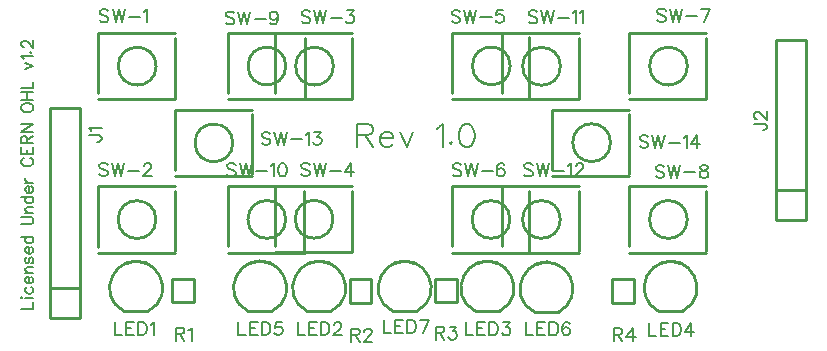
<source format=gto>
G04 ---------------------------- Layer name :TOP SILK LAYER*
G04 easyEDA 0.1*
G04 Scale: 100 percent, Rotated: No, Reflected: No *
G04 Dimensions in inches *
G04 leading zeros omitted , absolute positions ,2 integer and 4 *
%FSLAX24Y24*%
%MOIN*%
G90*
G70D02*

%ADD10C,0.010000*%
%ADD11C,0.007000*%
%ADD12C,0.008000*%

%LPD*%
G54D10*
G01X4678Y1327D02*
G01X3875Y1327D01*
G01X10780Y1329D02*
G01X9977Y1329D01*
G01X16389Y1329D02*
G01X15586Y1329D01*
G01X22491Y1328D02*
G01X21688Y1328D01*
G01X8811Y1329D02*
G01X8008Y1329D01*
G01X18361Y1298D02*
G01X17558Y1298D01*
G01X13633Y1329D02*
G01X12830Y1329D01*
G01X6205Y2414D02*
G01X6205Y1627D01*
G01X5476Y2414D02*
G01X5476Y1627D01*
G01X6205Y1627D02*
G01X5476Y1627D01*
G01X6205Y2414D02*
G01X5476Y2414D01*
G01X12112Y2406D02*
G01X12112Y1619D01*
G01X11383Y2406D02*
G01X11383Y1619D01*
G01X12112Y1619D02*
G01X11383Y1619D01*
G01X12112Y2406D02*
G01X11383Y2406D01*
G01X14239Y1628D02*
G01X14239Y2415D01*
G01X14968Y1628D02*
G01X14968Y2415D01*
G01X14239Y2415D02*
G01X14968Y2415D01*
G01X14239Y1628D02*
G01X14968Y1628D01*
G01X5553Y8046D02*
G01X5553Y6046D01*
G01X5553Y5841D02*
G01X8121Y5841D01*
G01X8121Y8046D02*
G01X5554Y8046D01*
G01X8116Y7892D02*
G01X8116Y5892D01*
G01X18146Y8053D02*
G01X18146Y6053D01*
G01X18146Y5849D02*
G01X20713Y5849D01*
G01X20713Y8054D02*
G01X18146Y8054D01*
G01X20708Y7900D02*
G01X20708Y5900D01*
G01X7321Y10607D02*
G01X7321Y8607D01*
G01X7321Y8403D02*
G01X9888Y8403D01*
G01X9888Y10608D02*
G01X7321Y10608D01*
G01X9883Y10454D02*
G01X9883Y8454D01*
G01X7318Y5494D02*
G01X7318Y3494D01*
G01X7318Y3290D02*
G01X9885Y3290D01*
G01X9886Y5495D02*
G01X7319Y5495D01*
G01X9881Y5341D02*
G01X9881Y3341D01*
G01X16476Y10600D02*
G01X16476Y8600D01*
G01X16476Y8395D02*
G01X19043Y8395D01*
G01X19043Y10600D02*
G01X16476Y10600D01*
G01X19038Y10446D02*
G01X19038Y8446D01*
G01X16472Y5494D02*
G01X16472Y3494D01*
G01X16472Y3290D02*
G01X19039Y3290D01*
G01X19040Y5495D02*
G01X16473Y5495D01*
G01X19035Y5341D02*
G01X19035Y3341D01*
G01X2998Y10603D02*
G01X2998Y8603D01*
G01X2998Y8399D02*
G01X5565Y8399D01*
G01X5566Y10604D02*
G01X2999Y10604D01*
G01X5561Y10450D02*
G01X5561Y8450D01*
G01X2992Y5490D02*
G01X2992Y3490D01*
G01X2992Y3286D02*
G01X5559Y3286D01*
G01X5560Y5491D02*
G01X2993Y5491D01*
G01X5555Y5337D02*
G01X5555Y3337D01*
G01X8906Y10601D02*
G01X8906Y8601D01*
G01X8906Y8397D02*
G01X11473Y8397D01*
G01X11474Y10602D02*
G01X8907Y10602D01*
G01X11469Y10448D02*
G01X11469Y8448D01*
G01X8894Y5501D02*
G01X8894Y3501D01*
G01X8894Y3296D02*
G01X11461Y3296D01*
G01X11462Y5501D02*
G01X8895Y5501D01*
G01X11457Y5347D02*
G01X11457Y3347D01*
G01X14803Y10613D02*
G01X14803Y8613D01*
G01X14803Y8408D02*
G01X17371Y8408D01*
G01X17371Y10613D02*
G01X14804Y10613D01*
G01X17366Y10459D02*
G01X17366Y8459D01*
G01X14793Y5492D02*
G01X14793Y3492D01*
G01X14793Y3288D02*
G01X17360Y3288D01*
G01X17360Y5493D02*
G01X14793Y5493D01*
G01X17355Y5339D02*
G01X17355Y3339D01*
G01X20707Y10605D02*
G01X20707Y8605D01*
G01X20707Y8400D02*
G01X23275Y8400D01*
G01X23275Y10605D02*
G01X20708Y10605D01*
G01X23270Y10451D02*
G01X23270Y8451D01*
G01X20705Y5494D02*
G01X20705Y3494D01*
G01X20705Y3290D02*
G01X23272Y3290D01*
G01X23272Y5495D02*
G01X20705Y5495D01*
G01X23267Y5341D02*
G01X23267Y3341D01*
G01X20148Y1605D02*
G01X20148Y2392D01*
G01X20877Y1605D02*
G01X20877Y2392D01*
G01X20148Y2392D02*
G01X20877Y2392D01*
G01X20148Y1605D02*
G01X20877Y1605D01*
G01X1403Y1094D02*
G01X1403Y8094D01*
G01X2403Y8094D01*
G01X2403Y1094D01*
G01X1403Y1094D01*
G01X1403Y1894D01*
G01X1403Y2094D02*
G01X2403Y2094D01*
G01X26613Y4373D02*
G01X26613Y5373D01*
G01X26613Y5373D02*
G01X26613Y10373D01*
G01X26613Y10373D02*
G01X25613Y10373D01*
G01X25613Y10373D02*
G01X25613Y5373D01*
G01X25613Y5373D02*
G01X25613Y4373D01*
G01X25613Y4373D02*
G01X26613Y4373D01*
G01X25613Y5373D02*
G01X26613Y5373D01*
G54D11*
G01X3563Y969D02*
G01X3563Y538D01*
G01X3563Y538D02*
G01X3805Y538D01*
G01X3942Y969D02*
G01X3942Y538D01*
G01X3942Y969D02*
G01X4203Y969D01*
G01X3942Y765D02*
G01X4103Y765D01*
G01X3942Y538D02*
G01X4203Y538D01*
G01X4338Y969D02*
G01X4338Y538D01*
G01X4338Y969D02*
G01X4488Y969D01*
G01X4544Y944D01*
G01X4586Y903D01*
G01X4600Y869D01*
G01X4625Y801D01*
G01X4625Y701D01*
G01X4600Y644D01*
G01X4586Y601D01*
G01X4544Y561D01*
G01X4488Y538D01*
G01X4338Y538D01*
G01X4761Y886D02*
G01X4800Y903D01*
G01X4861Y969D01*
G01X4861Y538D01*
G01X9650Y967D02*
G01X9650Y538D01*
G01X9650Y538D02*
G01X9890Y538D01*
G01X10030Y967D02*
G01X10030Y538D01*
G01X10030Y967D02*
G01X10290Y967D01*
G01X10030Y763D02*
G01X10190Y763D01*
G01X10030Y538D02*
G01X10290Y538D01*
G01X10430Y967D02*
G01X10430Y538D01*
G01X10430Y967D02*
G01X10571Y967D01*
G01X10634Y946D01*
G01X10671Y907D01*
G01X10690Y863D01*
G01X10715Y803D01*
G01X10715Y703D01*
G01X10690Y638D01*
G01X10671Y596D01*
G01X10634Y557D01*
G01X10571Y538D01*
G01X10430Y538D01*
G01X10865Y863D02*
G01X10865Y888D01*
G01X10890Y928D01*
G01X10909Y946D01*
G01X10946Y967D01*
G01X11034Y967D01*
G01X11071Y946D01*
G01X11090Y928D01*
G01X11115Y888D01*
G01X11115Y842D01*
G01X11090Y803D01*
G01X11050Y742D01*
G01X10846Y538D01*
G01X11134Y538D01*
G01X15259Y965D02*
G01X15259Y532D01*
G01X15259Y532D02*
G01X15506Y532D01*
G01X15635Y965D02*
G01X15635Y532D01*
G01X15635Y965D02*
G01X15907Y965D01*
G01X15635Y757D02*
G01X15802Y757D01*
G01X15635Y532D02*
G01X15907Y532D01*
G01X16035Y965D02*
G01X16035Y532D01*
G01X16035Y965D02*
G01X16184Y965D01*
G01X16248Y944D01*
G01X16285Y900D01*
G01X16307Y861D01*
G01X16327Y798D01*
G01X16327Y698D01*
G01X16307Y636D01*
G01X16285Y594D01*
G01X16248Y551D01*
G01X16184Y532D01*
G01X16035Y532D01*
G01X16502Y965D02*
G01X16727Y965D01*
G01X16607Y798D01*
G01X16665Y798D01*
G01X16707Y776D01*
G01X16727Y757D01*
G01X16748Y698D01*
G01X16748Y657D01*
G01X16727Y594D01*
G01X16685Y551D01*
G01X16626Y532D01*
G01X16560Y532D01*
G01X16502Y551D01*
G01X16482Y573D01*
G01X16460Y615D01*
G01X21365Y934D02*
G01X21365Y505D01*
G01X21365Y505D02*
G01X21610Y505D01*
G01X21752Y934D02*
G01X21752Y505D01*
G01X21752Y934D02*
G01X22010Y934D01*
G01X21752Y730D02*
G01X21910Y730D01*
G01X21752Y505D02*
G01X22010Y505D01*
G01X22152Y934D02*
G01X22152Y505D01*
G01X22152Y934D02*
G01X22290Y934D01*
G01X22352Y911D01*
G01X22397Y873D01*
G01X22415Y832D01*
G01X22435Y773D01*
G01X22435Y669D01*
G01X22415Y607D01*
G01X22397Y563D01*
G01X22352Y528D01*
G01X22290Y505D01*
G01X22152Y505D01*
G01X22777Y934D02*
G01X22572Y648D01*
G01X22877Y648D01*
G01X22777Y934D02*
G01X22777Y505D01*
G01X7672Y961D02*
G01X7672Y532D01*
G01X7672Y532D02*
G01X7918Y532D01*
G01X8055Y961D02*
G01X8055Y532D01*
G01X8055Y961D02*
G01X8318Y961D01*
G01X8055Y757D02*
G01X8218Y757D01*
G01X8055Y532D02*
G01X8318Y532D01*
G01X8455Y961D02*
G01X8455Y532D01*
G01X8455Y961D02*
G01X8597Y961D01*
G01X8660Y938D01*
G01X8697Y903D01*
G01X8718Y861D01*
G01X8743Y803D01*
G01X8743Y692D01*
G01X8718Y636D01*
G01X8697Y592D01*
G01X8660Y557D01*
G01X8597Y532D01*
G01X8455Y532D01*
G01X9122Y961D02*
G01X8918Y961D01*
G01X8897Y782D01*
G01X8918Y803D01*
G01X8980Y817D01*
G01X9043Y817D01*
G01X9105Y803D01*
G01X9143Y757D01*
G01X9160Y692D01*
G01X9160Y657D01*
G01X9143Y592D01*
G01X9105Y557D01*
G01X9043Y532D01*
G01X8980Y532D01*
G01X8918Y557D01*
G01X8897Y578D01*
G01X8880Y613D01*
G01X17268Y965D02*
G01X17268Y532D01*
G01X17268Y532D02*
G01X17514Y532D01*
G01X17647Y965D02*
G01X17647Y532D01*
G01X17647Y965D02*
G01X17914Y965D01*
G01X17647Y757D02*
G01X17807Y757D01*
G01X17647Y532D02*
G01X17914Y532D01*
G01X18047Y965D02*
G01X18047Y532D01*
G01X18047Y965D02*
G01X18193Y965D01*
G01X18250Y944D01*
G01X18293Y903D01*
G01X18317Y857D01*
G01X18332Y801D01*
G01X18332Y701D01*
G01X18317Y632D01*
G01X18293Y598D01*
G01X18250Y553D01*
G01X18193Y532D01*
G01X18047Y532D01*
G01X18717Y903D02*
G01X18697Y944D01*
G01X18632Y965D01*
G01X18593Y965D01*
G01X18532Y944D01*
G01X18492Y880D01*
G01X18472Y778D01*
G01X18472Y678D01*
G01X18492Y598D01*
G01X18532Y553D01*
G01X18593Y532D01*
G01X18614Y532D01*
G01X18675Y553D01*
G01X18717Y598D01*
G01X18732Y655D01*
G01X18732Y678D01*
G01X18717Y740D01*
G01X18675Y778D01*
G01X18614Y801D01*
G01X18593Y801D01*
G01X18532Y778D01*
G01X18492Y740D01*
G01X18472Y678D01*
G01X12534Y1038D02*
G01X12534Y609D01*
G01X12534Y609D02*
G01X12780Y609D01*
G01X12913Y1038D02*
G01X12913Y609D01*
G01X12913Y1038D02*
G01X13180Y1038D01*
G01X12913Y834D02*
G01X13075Y834D01*
G01X12913Y609D02*
G01X13180Y609D01*
G01X13313Y1038D02*
G01X13313Y609D01*
G01X13313Y1038D02*
G01X13459Y1038D01*
G01X13518Y1015D01*
G01X13559Y973D01*
G01X13580Y934D01*
G01X13598Y873D01*
G01X13598Y771D01*
G01X13580Y709D01*
G01X13559Y669D01*
G01X13518Y626D01*
G01X13459Y609D01*
G01X13313Y609D01*
G01X14021Y1038D02*
G01X13817Y609D01*
G01X13735Y1038D02*
G01X14021Y1038D01*
G01X5596Y784D02*
G01X5596Y355D01*
G01X5596Y784D02*
G01X5780Y784D01*
G01X5840Y763D01*
G01X5863Y742D01*
G01X5880Y700D01*
G01X5880Y661D01*
G01X5863Y621D01*
G01X5840Y600D01*
G01X5780Y580D01*
G01X5596Y580D01*
G01X5738Y580D02*
G01X5880Y355D01*
G01X6015Y700D02*
G01X6060Y721D01*
G01X6121Y784D01*
G01X6121Y355D01*
G01X11427Y750D02*
G01X11427Y321D01*
G01X11427Y750D02*
G01X11622Y750D01*
G01X11676Y728D01*
G01X11698Y707D01*
G01X11723Y667D01*
G01X11723Y625D01*
G01X11698Y586D01*
G01X11676Y567D01*
G01X11622Y546D01*
G01X11427Y546D01*
G01X11576Y546D02*
G01X11723Y321D01*
G01X11876Y646D02*
G01X11876Y667D01*
G01X11898Y707D01*
G01X11919Y728D01*
G01X11952Y750D01*
G01X12039Y750D01*
G01X12076Y728D01*
G01X12101Y707D01*
G01X12123Y667D01*
G01X12123Y625D01*
G01X12101Y586D01*
G01X12052Y525D01*
G01X11851Y321D01*
G01X12144Y321D01*
G01X14257Y821D02*
G01X14257Y388D01*
G01X14257Y821D02*
G01X14443Y821D01*
G01X14502Y801D01*
G01X14527Y780D01*
G01X14548Y738D01*
G01X14548Y696D01*
G01X14527Y659D01*
G01X14502Y638D01*
G01X14443Y613D01*
G01X14257Y613D01*
G01X14402Y613D02*
G01X14548Y388D01*
G01X14723Y821D02*
G01X14948Y821D01*
G01X14827Y659D01*
G01X14882Y659D01*
G01X14927Y638D01*
G01X14948Y613D01*
G01X14968Y555D01*
G01X14968Y513D01*
G01X14948Y451D01*
G01X14903Y413D01*
G01X14843Y388D01*
G01X14778Y388D01*
G01X14723Y413D01*
G01X14702Y434D01*
G01X14678Y471D01*
G01X8747Y7242D02*
G01X8705Y7284D01*
G01X8643Y7305D01*
G01X8561Y7305D01*
G01X8502Y7284D01*
G01X8460Y7242D01*
G01X8460Y7203D01*
G01X8480Y7161D01*
G01X8502Y7140D01*
G01X8542Y7121D01*
G01X8664Y7080D01*
G01X8705Y7059D01*
G01X8727Y7038D01*
G01X8747Y6998D01*
G01X8747Y6936D01*
G01X8705Y6896D01*
G01X8643Y6876D01*
G01X8561Y6876D01*
G01X8502Y6896D01*
G01X8460Y6936D01*
G01X8880Y7305D02*
G01X8985Y6876D01*
G01X9085Y7305D02*
G01X8985Y6876D01*
G01X9085Y7305D02*
G01X9186Y6876D01*
G01X9289Y7305D02*
G01X9186Y6876D01*
G01X9427Y7059D02*
G01X9793Y7059D01*
G01X9927Y7223D02*
G01X9968Y7242D01*
G01X10030Y7305D01*
G01X10030Y6876D01*
G01X10205Y7305D02*
G01X10430Y7305D01*
G01X10310Y7140D01*
G01X10368Y7140D01*
G01X10410Y7121D01*
G01X10430Y7101D01*
G01X10452Y7038D01*
G01X10452Y6998D01*
G01X10430Y6936D01*
G01X10389Y6896D01*
G01X10330Y6876D01*
G01X10268Y6876D01*
G01X10205Y6896D01*
G01X10185Y6915D01*
G01X10164Y6957D01*
G01X21339Y7140D02*
G01X21298Y7180D01*
G01X21239Y7201D01*
G01X21156Y7201D01*
G01X21093Y7180D01*
G01X21052Y7140D01*
G01X21052Y7100D01*
G01X21073Y7059D01*
G01X21093Y7038D01*
G01X21135Y7019D01*
G01X21260Y6976D01*
G01X21298Y6955D01*
G01X21318Y6936D01*
G01X21339Y6896D01*
G01X21339Y6834D01*
G01X21298Y6794D01*
G01X21239Y6773D01*
G01X21156Y6773D01*
G01X21093Y6794D01*
G01X21052Y6834D01*
G01X21477Y7201D02*
G01X21577Y6773D01*
G01X21681Y7201D02*
G01X21577Y6773D01*
G01X21681Y7201D02*
G01X21781Y6773D01*
G01X21885Y7201D02*
G01X21781Y6773D01*
G01X22018Y6955D02*
G01X22389Y6955D01*
G01X22522Y7121D02*
G01X22564Y7140D01*
G01X22623Y7201D01*
G01X22623Y6773D01*
G01X22964Y7201D02*
G01X22760Y6915D01*
G01X23068Y6915D01*
G01X22964Y7201D02*
G01X22964Y6773D01*
G01X7538Y11259D02*
G01X7496Y11300D01*
G01X7435Y11321D01*
G01X7352Y11321D01*
G01X7292Y11300D01*
G01X7250Y11259D01*
G01X7250Y11219D01*
G01X7271Y11178D01*
G01X7292Y11157D01*
G01X7331Y11136D01*
G01X7456Y11096D01*
G01X7496Y11075D01*
G01X7517Y11055D01*
G01X7538Y11015D01*
G01X7538Y10953D01*
G01X7496Y10911D01*
G01X7435Y10892D01*
G01X7352Y10892D01*
G01X7292Y10911D01*
G01X7250Y10953D01*
G01X7673Y11321D02*
G01X7773Y10892D01*
G01X7877Y11321D02*
G01X7773Y10892D01*
G01X7877Y11321D02*
G01X7980Y10892D01*
G01X8081Y11321D02*
G01X7980Y10892D01*
G01X8217Y11075D02*
G01X8584Y11075D01*
G01X8985Y11178D02*
G01X8967Y11117D01*
G01X8923Y11075D01*
G01X8863Y11055D01*
G01X8842Y11055D01*
G01X8781Y11075D01*
G01X8742Y11117D01*
G01X8721Y11178D01*
G01X8721Y11198D01*
G01X8742Y11259D01*
G01X8781Y11300D01*
G01X8842Y11321D01*
G01X8863Y11321D01*
G01X8923Y11300D01*
G01X8967Y11259D01*
G01X8985Y11178D01*
G01X8985Y11075D01*
G01X8967Y10973D01*
G01X8923Y10911D01*
G01X8863Y10892D01*
G01X8821Y10892D01*
G01X8760Y10911D01*
G01X8742Y10953D01*
G01X7585Y6194D02*
G01X7543Y6238D01*
G01X7485Y6259D01*
G01X7402Y6259D01*
G01X7339Y6238D01*
G01X7298Y6194D01*
G01X7298Y6157D01*
G01X7318Y6117D01*
G01X7339Y6094D01*
G01X7381Y6073D01*
G01X7502Y6034D01*
G01X7543Y6013D01*
G01X7564Y5992D01*
G01X7585Y5951D01*
G01X7585Y5892D01*
G01X7543Y5848D01*
G01X7485Y5828D01*
G01X7402Y5828D01*
G01X7339Y5848D01*
G01X7298Y5892D01*
G01X7718Y6259D02*
G01X7823Y5828D01*
G01X7923Y6259D02*
G01X7823Y5828D01*
G01X7923Y6259D02*
G01X8027Y5828D01*
G01X8131Y6259D02*
G01X8027Y5828D01*
G01X8264Y6013D02*
G01X8631Y6013D01*
G01X8768Y6176D02*
G01X8810Y6194D01*
G01X8868Y6259D01*
G01X8868Y5828D01*
G01X9127Y6259D02*
G01X9064Y6238D01*
G01X9027Y6176D01*
G01X9006Y6073D01*
G01X9006Y6013D01*
G01X9027Y5911D01*
G01X9064Y5848D01*
G01X9127Y5828D01*
G01X9168Y5828D01*
G01X9231Y5848D01*
G01X9268Y5911D01*
G01X9289Y6013D01*
G01X9289Y6073D01*
G01X9268Y6176D01*
G01X9231Y6238D01*
G01X9168Y6259D01*
G01X9127Y6259D01*
G01X17642Y11300D02*
G01X17601Y11336D01*
G01X17539Y11359D01*
G01X17459Y11359D01*
G01X17396Y11336D01*
G01X17355Y11300D01*
G01X17355Y11257D01*
G01X17376Y11215D01*
G01X17396Y11198D01*
G01X17438Y11176D01*
G01X17559Y11134D01*
G01X17601Y11111D01*
G01X17621Y11098D01*
G01X17642Y11051D01*
G01X17642Y10990D01*
G01X17601Y10951D01*
G01X17539Y10930D01*
G01X17459Y10930D01*
G01X17396Y10951D01*
G01X17355Y10990D01*
G01X17776Y11359D02*
G01X17880Y10930D01*
G01X17980Y11359D02*
G01X17880Y10930D01*
G01X17980Y11359D02*
G01X18084Y10930D01*
G01X18185Y11359D02*
G01X18084Y10930D01*
G01X18321Y11111D02*
G01X18689Y11111D01*
G01X18823Y11276D02*
G01X18864Y11300D01*
G01X18926Y11359D01*
G01X18926Y10930D01*
G01X19060Y11276D02*
G01X19101Y11300D01*
G01X19164Y11359D01*
G01X19164Y10930D01*
G01X17489Y6194D02*
G01X17447Y6238D01*
G01X17388Y6261D01*
G01X17305Y6261D01*
G01X17243Y6238D01*
G01X17202Y6194D01*
G01X17202Y6157D01*
G01X17222Y6115D01*
G01X17243Y6094D01*
G01X17284Y6073D01*
G01X17407Y6036D01*
G01X17447Y6013D01*
G01X17468Y5992D01*
G01X17489Y5951D01*
G01X17489Y5890D01*
G01X17447Y5848D01*
G01X17388Y5828D01*
G01X17305Y5828D01*
G01X17243Y5848D01*
G01X17202Y5890D01*
G01X17625Y6261D02*
G01X17726Y5828D01*
G01X17828Y6261D02*
G01X17726Y5828D01*
G01X17828Y6261D02*
G01X17931Y5828D01*
G01X18034Y6261D02*
G01X17931Y5828D01*
G01X18168Y6013D02*
G01X18535Y6013D01*
G01X18672Y6176D02*
G01X18713Y6194D01*
G01X18772Y6261D01*
G01X18772Y5828D01*
G01X18930Y6157D02*
G01X18930Y6176D01*
G01X18950Y6217D01*
G01X18971Y6238D01*
G01X19010Y6261D01*
G01X19093Y6261D01*
G01X19134Y6238D01*
G01X19155Y6217D01*
G01X19175Y6176D01*
G01X19175Y6136D01*
G01X19155Y6094D01*
G01X19114Y6036D01*
G01X18909Y5828D01*
G01X19196Y5828D01*
G01X3348Y11330D02*
G01X3303Y11373D01*
G01X3242Y11394D01*
G01X3161Y11394D01*
G01X3100Y11373D01*
G01X3057Y11330D01*
G01X3057Y11294D01*
G01X3078Y11251D01*
G01X3100Y11228D01*
G01X3140Y11209D01*
G01X3265Y11169D01*
G01X3303Y11148D01*
G01X3325Y11128D01*
G01X3348Y11086D01*
G01X3348Y11026D01*
G01X3303Y10984D01*
G01X3242Y10965D01*
G01X3161Y10965D01*
G01X3100Y10984D01*
G01X3057Y11026D01*
G01X3482Y11394D02*
G01X3582Y10965D01*
G01X3684Y11394D02*
G01X3582Y10965D01*
G01X3684Y11394D02*
G01X3784Y10965D01*
G01X3890Y11394D02*
G01X3784Y10965D01*
G01X4025Y11148D02*
G01X4392Y11148D01*
G01X4526Y11311D02*
G01X4567Y11330D01*
G01X4626Y11394D01*
G01X4626Y10965D01*
G01X3326Y6203D02*
G01X3284Y6248D01*
G01X3225Y6263D01*
G01X3142Y6263D01*
G01X3078Y6248D01*
G01X3038Y6203D01*
G01X3038Y6161D01*
G01X3059Y6123D01*
G01X3078Y6101D01*
G01X3119Y6084D01*
G01X3242Y6038D01*
G01X3284Y6023D01*
G01X3303Y6001D01*
G01X3326Y5959D01*
G01X3326Y5898D01*
G01X3284Y5859D01*
G01X3225Y5836D01*
G01X3142Y5836D01*
G01X3078Y5859D01*
G01X3038Y5898D01*
G01X3459Y6263D02*
G01X3563Y5836D01*
G01X3663Y6263D02*
G01X3563Y5836D01*
G01X3663Y6263D02*
G01X3767Y5836D01*
G01X3869Y6263D02*
G01X3767Y5836D01*
G01X4003Y6023D02*
G01X4371Y6023D01*
G01X4526Y6161D02*
G01X4526Y6184D01*
G01X4550Y6226D01*
G01X4567Y6248D01*
G01X4609Y6263D01*
G01X4692Y6263D01*
G01X4732Y6248D01*
G01X4751Y6226D01*
G01X4775Y6184D01*
G01X4775Y6146D01*
G01X4751Y6101D01*
G01X4713Y6038D01*
G01X4507Y5836D01*
G01X4792Y5836D01*
G01X10072Y11301D02*
G01X10031Y11340D01*
G01X9968Y11363D01*
G01X9886Y11363D01*
G01X9826Y11340D01*
G01X9785Y11301D01*
G01X9785Y11259D01*
G01X9806Y11219D01*
G01X9826Y11200D01*
G01X9865Y11180D01*
G01X9989Y11138D01*
G01X10031Y11115D01*
G01X10051Y11098D01*
G01X10072Y11055D01*
G01X10072Y10994D01*
G01X10031Y10955D01*
G01X9968Y10932D01*
G01X9886Y10932D01*
G01X9826Y10955D01*
G01X9785Y10994D01*
G01X10206Y11363D02*
G01X10307Y10932D01*
G01X10410Y11363D02*
G01X10307Y10932D01*
G01X10410Y11363D02*
G01X10514Y10932D01*
G01X10614Y11363D02*
G01X10514Y10932D01*
G01X10751Y11115D02*
G01X11118Y11115D01*
G01X11293Y11363D02*
G01X11518Y11363D01*
G01X11397Y11200D01*
G01X11457Y11200D01*
G01X11497Y11180D01*
G01X11518Y11157D01*
G01X11539Y11098D01*
G01X11539Y11055D01*
G01X11518Y10994D01*
G01X11477Y10955D01*
G01X11418Y10932D01*
G01X11356Y10932D01*
G01X11293Y10955D01*
G01X11272Y10975D01*
G01X11252Y11015D01*
G01X10060Y6203D02*
G01X10019Y6242D01*
G01X9957Y6263D01*
G01X9877Y6263D01*
G01X9815Y6242D01*
G01X9773Y6203D01*
G01X9773Y6161D01*
G01X9794Y6121D01*
G01X9815Y6101D01*
G01X9856Y6082D01*
G01X9977Y6038D01*
G01X10019Y6017D01*
G01X10040Y5998D01*
G01X10060Y5959D01*
G01X10060Y5896D01*
G01X10019Y5857D01*
G01X9957Y5836D01*
G01X9877Y5836D01*
G01X9815Y5857D01*
G01X9773Y5896D01*
G01X10194Y6263D02*
G01X10298Y5836D01*
G01X10398Y6263D02*
G01X10298Y5836D01*
G01X10398Y6263D02*
G01X10502Y5836D01*
G01X10606Y6263D02*
G01X10502Y5836D01*
G01X10740Y6017D02*
G01X11106Y6017D01*
G01X11448Y6263D02*
G01X11243Y5978D01*
G01X11548Y5978D01*
G01X11448Y6263D02*
G01X11448Y5836D01*
G01X15069Y11315D02*
G01X15028Y11355D01*
G01X14968Y11376D01*
G01X14885Y11376D01*
G01X14823Y11355D01*
G01X14782Y11315D01*
G01X14782Y11273D01*
G01X14803Y11232D01*
G01X14823Y11213D01*
G01X14864Y11192D01*
G01X14989Y11151D01*
G01X15028Y11130D01*
G01X15048Y11111D01*
G01X15069Y11069D01*
G01X15069Y11007D01*
G01X15028Y10967D01*
G01X14968Y10946D01*
G01X14885Y10946D01*
G01X14823Y10967D01*
G01X14782Y11007D01*
G01X15206Y11376D02*
G01X15306Y10946D01*
G01X15410Y11376D02*
G01X15306Y10946D01*
G01X15410Y11376D02*
G01X15511Y10946D01*
G01X15614Y11376D02*
G01X15511Y10946D01*
G01X15748Y11130D02*
G01X16117Y11130D01*
G01X16497Y11376D02*
G01X16293Y11376D01*
G01X16272Y11192D01*
G01X16293Y11213D01*
G01X16353Y11232D01*
G01X16415Y11232D01*
G01X16477Y11213D01*
G01X16518Y11171D01*
G01X16539Y11111D01*
G01X16539Y11069D01*
G01X16518Y11007D01*
G01X16477Y10967D01*
G01X16415Y10946D01*
G01X16353Y10946D01*
G01X16293Y10967D01*
G01X16272Y10988D01*
G01X16252Y11028D01*
G01X15110Y6194D02*
G01X15068Y6236D01*
G01X15009Y6257D01*
G01X14926Y6257D01*
G01X14864Y6236D01*
G01X14822Y6194D01*
G01X14822Y6153D01*
G01X14843Y6113D01*
G01X14864Y6092D01*
G01X14906Y6071D01*
G01X15027Y6032D01*
G01X15068Y6011D01*
G01X15089Y5988D01*
G01X15110Y5948D01*
G01X15110Y5888D01*
G01X15068Y5846D01*
G01X15009Y5826D01*
G01X14926Y5826D01*
G01X14864Y5846D01*
G01X14822Y5888D01*
G01X15243Y6257D02*
G01X15347Y5826D01*
G01X15447Y6257D02*
G01X15347Y5826D01*
G01X15447Y6257D02*
G01X15552Y5826D01*
G01X15655Y6257D02*
G01X15552Y5826D01*
G01X15789Y6011D02*
G01X16156Y6011D01*
G01X16539Y6194D02*
G01X16518Y6236D01*
G01X16456Y6257D01*
G01X16414Y6257D01*
G01X16352Y6236D01*
G01X16314Y6173D01*
G01X16293Y6071D01*
G01X16293Y5969D01*
G01X16314Y5888D01*
G01X16352Y5846D01*
G01X16414Y5826D01*
G01X16435Y5826D01*
G01X16497Y5846D01*
G01X16539Y5888D01*
G01X16559Y5948D01*
G01X16559Y5969D01*
G01X16539Y6032D01*
G01X16497Y6071D01*
G01X16435Y6092D01*
G01X16414Y6092D01*
G01X16352Y6071D01*
G01X16314Y6032D01*
G01X16293Y5969D01*
G01X21923Y11355D02*
G01X21882Y11396D01*
G01X21822Y11413D01*
G01X21739Y11413D01*
G01X21677Y11396D01*
G01X21636Y11355D01*
G01X21636Y11311D01*
G01X21657Y11273D01*
G01X21677Y11253D01*
G01X21718Y11232D01*
G01X21843Y11188D01*
G01X21882Y11171D01*
G01X21902Y11151D01*
G01X21923Y11109D01*
G01X21923Y11048D01*
G01X21882Y11007D01*
G01X21822Y10986D01*
G01X21739Y10986D01*
G01X21677Y11007D01*
G01X21636Y11048D01*
G01X22060Y11413D02*
G01X22160Y10986D01*
G01X22264Y11413D02*
G01X22160Y10986D01*
G01X22264Y11413D02*
G01X22365Y10986D01*
G01X22468Y11413D02*
G01X22365Y10986D01*
G01X22602Y11171D02*
G01X22971Y11171D01*
G01X23393Y11413D02*
G01X23189Y10986D01*
G01X23106Y11413D02*
G01X23393Y11413D01*
G01X21867Y6146D02*
G01X21830Y6186D01*
G01X21767Y6209D01*
G01X21684Y6209D01*
G01X21622Y6186D01*
G01X21584Y6146D01*
G01X21584Y6107D01*
G01X21605Y6065D01*
G01X21622Y6044D01*
G01X21663Y6023D01*
G01X21788Y5984D01*
G01X21830Y5961D01*
G01X21847Y5942D01*
G01X21867Y5901D01*
G01X21867Y5840D01*
G01X21830Y5798D01*
G01X21767Y5780D01*
G01X21684Y5780D01*
G01X21622Y5798D01*
G01X21584Y5840D01*
G01X22005Y6209D02*
G01X22105Y5780D01*
G01X22209Y6209D02*
G01X22105Y5780D01*
G01X22209Y6209D02*
G01X22313Y5780D01*
G01X22413Y6209D02*
G01X22313Y5780D01*
G01X22547Y5961D02*
G01X22914Y5961D01*
G01X23155Y6209D02*
G01X23092Y6186D01*
G01X23072Y6146D01*
G01X23072Y6107D01*
G01X23092Y6065D01*
G01X23134Y6044D01*
G01X23214Y6023D01*
G01X23276Y6005D01*
G01X23317Y5961D01*
G01X23338Y5921D01*
G01X23338Y5859D01*
G01X23317Y5819D01*
G01X23297Y5798D01*
G01X23234Y5780D01*
G01X23155Y5780D01*
G01X23092Y5798D01*
G01X23072Y5819D01*
G01X23051Y5859D01*
G01X23051Y5921D01*
G01X23072Y5961D01*
G01X23113Y6005D01*
G01X23176Y6023D01*
G01X23255Y6044D01*
G01X23297Y6065D01*
G01X23317Y6107D01*
G01X23317Y6146D01*
G01X23297Y6186D01*
G01X23234Y6209D01*
G01X23155Y6209D01*
G01X20197Y759D02*
G01X20197Y328D01*
G01X20197Y759D02*
G01X20375Y759D01*
G01X20439Y740D01*
G01X20450Y723D01*
G01X20475Y678D01*
G01X20475Y640D01*
G01X20450Y598D01*
G01X20439Y573D01*
G01X20375Y553D01*
G01X20197Y553D01*
G01X20339Y553D02*
G01X20475Y328D01*
G01X20818Y759D02*
G01X20614Y473D01*
G01X20922Y473D01*
G01X20818Y759D02*
G01X20818Y328D01*
G01X2692Y7200D02*
G01X3017Y7200D01*
G01X3081Y7179D01*
G01X3094Y7154D01*
G01X3117Y7113D01*
G01X3117Y7077D01*
G01X3094Y7030D01*
G01X3081Y7011D01*
G01X3017Y6990D01*
G01X2979Y6990D01*
G01X2767Y7330D02*
G01X2754Y7375D01*
G01X2692Y7432D01*
G01X3117Y7432D01*
G01X24869Y7580D02*
G01X25194Y7580D01*
G01X25255Y7557D01*
G01X25277Y7540D01*
G01X25297Y7494D01*
G01X25297Y7455D01*
G01X25277Y7417D01*
G01X25255Y7394D01*
G01X25194Y7373D01*
G01X25153Y7373D01*
G01X24969Y7734D02*
G01X24947Y7734D01*
G01X24910Y7755D01*
G01X24888Y7775D01*
G01X24869Y7817D01*
G01X24869Y7894D01*
G01X24888Y7940D01*
G01X24910Y7959D01*
G01X24947Y7980D01*
G01X24989Y7980D01*
G01X25030Y7959D01*
G01X25094Y7917D01*
G01X25297Y7715D01*
G01X25297Y8000D01*
G54D12*
G01X448Y1419D02*
G01X835Y1419D01*
G01X835Y1419D02*
G01X835Y1640D01*
G01X448Y1762D02*
G01X466Y1780D01*
G01X448Y1799D01*
G01X429Y1780D01*
G01X448Y1762D01*
G01X577Y1780D02*
G01X835Y1780D01*
G01X632Y2142D02*
G01X595Y2105D01*
G01X577Y2068D01*
G01X577Y2013D01*
G01X595Y1976D01*
G01X632Y1939D01*
G01X687Y1920D01*
G01X724Y1920D01*
G01X780Y1939D01*
G01X816Y1976D01*
G01X835Y2013D01*
G01X835Y2068D01*
G01X816Y2105D01*
G01X780Y2142D01*
G01X687Y2263D02*
G01X687Y2484D01*
G01X651Y2484D01*
G01X614Y2466D01*
G01X595Y2448D01*
G01X577Y2411D01*
G01X577Y2355D01*
G01X595Y2318D01*
G01X632Y2282D01*
G01X687Y2263D01*
G01X724Y2263D01*
G01X780Y2282D01*
G01X816Y2318D01*
G01X835Y2355D01*
G01X835Y2411D01*
G01X816Y2448D01*
G01X780Y2484D01*
G01X577Y2606D02*
G01X835Y2606D01*
G01X651Y2606D02*
G01X595Y2661D01*
G01X577Y2698D01*
G01X577Y2753D01*
G01X595Y2790D01*
G01X651Y2809D01*
G01X835Y2809D01*
G01X632Y3133D02*
G01X595Y3115D01*
G01X577Y3059D01*
G01X577Y3004D01*
G01X595Y2949D01*
G01X632Y2930D01*
G01X669Y2949D01*
G01X687Y2986D01*
G01X706Y3078D01*
G01X724Y3115D01*
G01X761Y3133D01*
G01X780Y3133D01*
G01X816Y3115D01*
G01X835Y3059D01*
G01X835Y3004D01*
G01X816Y2949D01*
G01X780Y2930D01*
G01X687Y3255D02*
G01X687Y3476D01*
G01X651Y3476D01*
G01X614Y3458D01*
G01X595Y3439D01*
G01X577Y3402D01*
G01X577Y3347D01*
G01X595Y3310D01*
G01X632Y3273D01*
G01X687Y3255D01*
G01X724Y3255D01*
G01X780Y3273D01*
G01X816Y3310D01*
G01X835Y3347D01*
G01X835Y3402D01*
G01X816Y3439D01*
G01X780Y3476D01*
G01X448Y3819D02*
G01X835Y3819D01*
G01X632Y3819D02*
G01X595Y3782D01*
G01X577Y3745D01*
G01X577Y3690D01*
G01X595Y3653D01*
G01X632Y3616D01*
G01X687Y3598D01*
G01X724Y3598D01*
G01X780Y3616D01*
G01X816Y3653D01*
G01X835Y3690D01*
G01X835Y3745D01*
G01X816Y3782D01*
G01X780Y3819D01*
G01X448Y4224D02*
G01X724Y4224D01*
G01X780Y4243D01*
G01X816Y4280D01*
G01X835Y4335D01*
G01X835Y4372D01*
G01X816Y4427D01*
G01X780Y4464D01*
G01X724Y4482D01*
G01X448Y4482D01*
G01X577Y4604D02*
G01X835Y4604D01*
G01X651Y4604D02*
G01X595Y4659D01*
G01X577Y4696D01*
G01X577Y4752D01*
G01X595Y4788D01*
G01X651Y4807D01*
G01X835Y4807D01*
G01X448Y5150D02*
G01X835Y5150D01*
G01X632Y5150D02*
G01X595Y5113D01*
G01X577Y5076D01*
G01X577Y5021D01*
G01X595Y4984D01*
G01X632Y4947D01*
G01X687Y4929D01*
G01X724Y4929D01*
G01X780Y4947D01*
G01X816Y4984D01*
G01X835Y5021D01*
G01X835Y5076D01*
G01X816Y5113D01*
G01X780Y5150D01*
G01X687Y5271D02*
G01X687Y5493D01*
G01X651Y5493D01*
G01X614Y5474D01*
G01X595Y5456D01*
G01X577Y5419D01*
G01X577Y5364D01*
G01X595Y5327D01*
G01X632Y5290D01*
G01X687Y5271D01*
G01X724Y5271D01*
G01X780Y5290D01*
G01X816Y5327D01*
G01X835Y5364D01*
G01X835Y5419D01*
G01X816Y5456D01*
G01X780Y5493D01*
G01X577Y5614D02*
G01X835Y5614D01*
G01X687Y5614D02*
G01X632Y5633D01*
G01X595Y5669D01*
G01X577Y5706D01*
G01X577Y5762D01*
G01X540Y6444D02*
G01X503Y6425D01*
G01X466Y6388D01*
G01X448Y6351D01*
G01X448Y6278D01*
G01X466Y6241D01*
G01X503Y6204D01*
G01X540Y6186D01*
G01X595Y6167D01*
G01X687Y6167D01*
G01X743Y6186D01*
G01X780Y6204D01*
G01X816Y6241D01*
G01X835Y6278D01*
G01X835Y6351D01*
G01X816Y6388D01*
G01X780Y6425D01*
G01X743Y6444D01*
G01X448Y6565D02*
G01X835Y6565D01*
G01X448Y6565D02*
G01X448Y6805D01*
G01X632Y6565D02*
G01X632Y6713D01*
G01X835Y6565D02*
G01X835Y6805D01*
G01X448Y6927D02*
G01X835Y6927D01*
G01X448Y6927D02*
G01X448Y7092D01*
G01X466Y7148D01*
G01X485Y7166D01*
G01X522Y7185D01*
G01X558Y7185D01*
G01X595Y7166D01*
G01X614Y7148D01*
G01X632Y7092D01*
G01X632Y6927D01*
G01X632Y7056D02*
G01X835Y7185D01*
G01X448Y7306D02*
G01X835Y7306D01*
G01X448Y7306D02*
G01X835Y7564D01*
G01X448Y7564D02*
G01X835Y7564D01*
G01X448Y8080D02*
G01X466Y8044D01*
G01X503Y8007D01*
G01X540Y7988D01*
G01X595Y7970D01*
G01X687Y7970D01*
G01X743Y7988D01*
G01X780Y8007D01*
G01X816Y8044D01*
G01X835Y8080D01*
G01X835Y8154D01*
G01X816Y8191D01*
G01X780Y8228D01*
G01X743Y8246D01*
G01X687Y8265D01*
G01X595Y8265D01*
G01X540Y8246D01*
G01X503Y8228D01*
G01X466Y8191D01*
G01X448Y8154D01*
G01X448Y8080D01*
G01X448Y8386D02*
G01X835Y8386D01*
G01X448Y8644D02*
G01X835Y8644D01*
G01X632Y8386D02*
G01X632Y8644D01*
G01X448Y8766D02*
G01X835Y8766D01*
G01X835Y8766D02*
G01X835Y8987D01*
G01X577Y9393D02*
G01X835Y9503D01*
G01X577Y9614D02*
G01X835Y9503D01*
G01X522Y9736D02*
G01X503Y9773D01*
G01X448Y9828D01*
G01X835Y9828D01*
G01X743Y9968D02*
G01X761Y9949D01*
G01X780Y9968D01*
G01X761Y9986D01*
G01X743Y9968D01*
G01X540Y10126D02*
G01X522Y10126D01*
G01X485Y10145D01*
G01X466Y10163D01*
G01X448Y10200D01*
G01X448Y10274D01*
G01X466Y10311D01*
G01X485Y10329D01*
G01X522Y10348D01*
G01X558Y10348D01*
G01X595Y10329D01*
G01X651Y10292D01*
G01X835Y10108D01*
G01X835Y10366D01*
G01X11646Y7566D02*
G01X11646Y6803D01*
G01X11646Y7566D02*
G01X11973Y7566D01*
G01X12082Y7530D01*
G01X12119Y7494D01*
G01X12155Y7421D01*
G01X12155Y7348D01*
G01X12119Y7275D01*
G01X12082Y7239D01*
G01X11973Y7203D01*
G01X11646Y7203D01*
G01X11901Y7203D02*
G01X12155Y6803D01*
G01X12395Y7094D02*
G01X12831Y7094D01*
G01X12831Y7166D01*
G01X12795Y7239D01*
G01X12759Y7275D01*
G01X12686Y7312D01*
G01X12577Y7312D01*
G01X12504Y7275D01*
G01X12431Y7203D01*
G01X12395Y7094D01*
G01X12395Y7021D01*
G01X12431Y6912D01*
G01X12504Y6839D01*
G01X12577Y6803D01*
G01X12686Y6803D01*
G01X12759Y6839D01*
G01X12831Y6912D01*
G01X13071Y7312D02*
G01X13290Y6803D01*
G01X13508Y7312D02*
G01X13290Y6803D01*
G01X14308Y7421D02*
G01X14381Y7457D01*
G01X14490Y7566D01*
G01X14490Y6803D01*
G01X14766Y6985D02*
G01X14730Y6948D01*
G01X14766Y6912D01*
G01X14802Y6948D01*
G01X14766Y6985D01*
G01X15261Y7566D02*
G01X15151Y7530D01*
G01X15079Y7421D01*
G01X15042Y7239D01*
G01X15042Y7130D01*
G01X15079Y6948D01*
G01X15151Y6839D01*
G01X15261Y6803D01*
G01X15333Y6803D01*
G01X15442Y6839D01*
G01X15515Y6948D01*
G01X15551Y7130D01*
G01X15551Y7239D01*
G01X15515Y7421D01*
G01X15442Y7530D01*
G01X15333Y7566D01*
G01X15261Y7566D01*
G54D10*
G75*
G01X3875Y1328D02*
G02X4663Y2901I394J786D01*
G01*
G75*
G01X3875Y2901D02*
G02X4663Y1328I393J-787D01*
G01*
G75*
G01X9977Y1330D02*
G02X10764Y2903I394J786D01*
G01*
G75*
G01X9977Y2903D02*
G02X10764Y1330I393J-787D01*
G01*
G75*
G01X15585Y1330D02*
G02X16373Y2903I395J786D01*
G01*
G75*
G01X15585Y2903D02*
G02X16373Y1330I394J-787D01*
G01*
G75*
G01X21688Y1328D02*
G02X22476Y2903I393J787D01*
G01*
G75*
G01X21688Y2903D02*
G02X22476Y1328I393J-788D01*
G01*
G75*
G01X8007Y1330D02*
G02X8796Y2903I395J786D01*
G01*
G75*
G01X8007Y2903D02*
G02X8796Y1330I394J-787D01*
G01*
G75*
G01X17557Y1298D02*
G02X18346Y2873I395J787D01*
G01*
G75*
G01X17557Y2873D02*
G02X18346Y1298I395J-788D01*
G01*
G75*
G01X12830Y1330D02*
G02X13618Y2903I394J786D01*
G01*
G75*
G01X12830Y2903D02*
G02X13618Y1330I393J-787D01*
G01*
G75*
G01X7490Y6944D02*
G03X7490Y6944I-630J0D01*
G01*
G75*
G01X20082Y6951D02*
G03X20082Y6951I-630J0D01*
G01*
G75*
G01X9257Y9505D02*
G03X9257Y9505I-630J0D01*
G01*
G75*
G01X9256Y4392D02*
G03X9256Y4392I-630J0D01*
G01*
G75*
G01X18413Y9498D02*
G03X18413Y9498I-631J0D01*
G01*
G75*
G01X18410Y4392D02*
G03X18410Y4392I-630J0D01*
G01*
G75*
G01X4936Y9501D02*
G03X4936Y9501I-631J0D01*
G01*
G75*
G01X4930Y4388D02*
G03X4930Y4388I-630J0D01*
G01*
G75*
G01X10844Y9500D02*
G03X10844Y9500I-630J0D01*
G01*
G75*
G01X10832Y4398D02*
G03X10832Y4398I-630J0D01*
G01*
G75*
G01X16740Y9511D02*
G03X16740Y9511I-630J0D01*
G01*
G75*
G01X16730Y4390D02*
G03X16730Y4390I-630J0D01*
G01*
G75*
G01X22644Y9503D02*
G03X22644Y9503I-630J0D01*
G01*
G75*
G01X22642Y4392D02*
G03X22642Y4392I-631J0D01*
G01*

M00*
M02*
</source>
